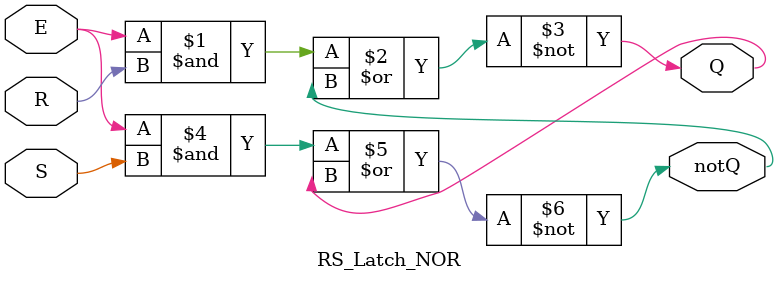
<source format=v>
`timescale 1ns / 1ps

module RS_Latch_NOR (
    input R,S,E,
    output Q, notQ
);

    assign Q = ~((E & R) | notQ);
    assign notQ = ~((E & S) | Q);

endmodule

</source>
